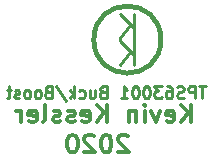
<source format=gbr>
G04 #@! TF.GenerationSoftware,KiCad,Pcbnew,5.1.5+dfsg1-2build2*
G04 #@! TF.CreationDate,2020-09-01T14:50:31-04:00*
G04 #@! TF.ProjectId,TPS63001Supply,54505336-3330-4303-9153-7570706c792e,rev?*
G04 #@! TF.SameCoordinates,Original*
G04 #@! TF.FileFunction,Legend,Bot*
G04 #@! TF.FilePolarity,Positive*
%FSLAX46Y46*%
G04 Gerber Fmt 4.6, Leading zero omitted, Abs format (unit mm)*
G04 Created by KiCad (PCBNEW 5.1.5+dfsg1-2build2) date 2020-09-01 14:50:31*
%MOMM*%
%LPD*%
G04 APERTURE LIST*
%ADD10C,0.250000*%
%ADD11C,0.300000*%
%ADD12C,0.444500*%
%ADD13C,0.254000*%
G04 APERTURE END LIST*
D10*
X159228571Y-105852380D02*
X158657142Y-105852380D01*
X158942857Y-106852380D02*
X158942857Y-105852380D01*
X158323809Y-106852380D02*
X158323809Y-105852380D01*
X157942857Y-105852380D01*
X157847619Y-105900000D01*
X157800000Y-105947619D01*
X157752380Y-106042857D01*
X157752380Y-106185714D01*
X157800000Y-106280952D01*
X157847619Y-106328571D01*
X157942857Y-106376190D01*
X158323809Y-106376190D01*
X157371428Y-106804761D02*
X157228571Y-106852380D01*
X156990476Y-106852380D01*
X156895238Y-106804761D01*
X156847619Y-106757142D01*
X156800000Y-106661904D01*
X156800000Y-106566666D01*
X156847619Y-106471428D01*
X156895238Y-106423809D01*
X156990476Y-106376190D01*
X157180952Y-106328571D01*
X157276190Y-106280952D01*
X157323809Y-106233333D01*
X157371428Y-106138095D01*
X157371428Y-106042857D01*
X157323809Y-105947619D01*
X157276190Y-105900000D01*
X157180952Y-105852380D01*
X156942857Y-105852380D01*
X156800000Y-105900000D01*
X155942857Y-105852380D02*
X156133333Y-105852380D01*
X156228571Y-105900000D01*
X156276190Y-105947619D01*
X156371428Y-106090476D01*
X156419047Y-106280952D01*
X156419047Y-106661904D01*
X156371428Y-106757142D01*
X156323809Y-106804761D01*
X156228571Y-106852380D01*
X156038095Y-106852380D01*
X155942857Y-106804761D01*
X155895238Y-106757142D01*
X155847619Y-106661904D01*
X155847619Y-106423809D01*
X155895238Y-106328571D01*
X155942857Y-106280952D01*
X156038095Y-106233333D01*
X156228571Y-106233333D01*
X156323809Y-106280952D01*
X156371428Y-106328571D01*
X156419047Y-106423809D01*
X155514285Y-105852380D02*
X154895238Y-105852380D01*
X155228571Y-106233333D01*
X155085714Y-106233333D01*
X154990476Y-106280952D01*
X154942857Y-106328571D01*
X154895238Y-106423809D01*
X154895238Y-106661904D01*
X154942857Y-106757142D01*
X154990476Y-106804761D01*
X155085714Y-106852380D01*
X155371428Y-106852380D01*
X155466666Y-106804761D01*
X155514285Y-106757142D01*
X154276190Y-105852380D02*
X154180952Y-105852380D01*
X154085714Y-105900000D01*
X154038095Y-105947619D01*
X153990476Y-106042857D01*
X153942857Y-106233333D01*
X153942857Y-106471428D01*
X153990476Y-106661904D01*
X154038095Y-106757142D01*
X154085714Y-106804761D01*
X154180952Y-106852380D01*
X154276190Y-106852380D01*
X154371428Y-106804761D01*
X154419047Y-106757142D01*
X154466666Y-106661904D01*
X154514285Y-106471428D01*
X154514285Y-106233333D01*
X154466666Y-106042857D01*
X154419047Y-105947619D01*
X154371428Y-105900000D01*
X154276190Y-105852380D01*
X153323809Y-105852380D02*
X153228571Y-105852380D01*
X153133333Y-105900000D01*
X153085714Y-105947619D01*
X153038095Y-106042857D01*
X152990476Y-106233333D01*
X152990476Y-106471428D01*
X153038095Y-106661904D01*
X153085714Y-106757142D01*
X153133333Y-106804761D01*
X153228571Y-106852380D01*
X153323809Y-106852380D01*
X153419047Y-106804761D01*
X153466666Y-106757142D01*
X153514285Y-106661904D01*
X153561904Y-106471428D01*
X153561904Y-106233333D01*
X153514285Y-106042857D01*
X153466666Y-105947619D01*
X153419047Y-105900000D01*
X153323809Y-105852380D01*
X152038095Y-106852380D02*
X152609523Y-106852380D01*
X152323809Y-106852380D02*
X152323809Y-105852380D01*
X152419047Y-105995238D01*
X152514285Y-106090476D01*
X152609523Y-106138095D01*
X150514285Y-106328571D02*
X150371428Y-106376190D01*
X150323809Y-106423809D01*
X150276190Y-106519047D01*
X150276190Y-106661904D01*
X150323809Y-106757142D01*
X150371428Y-106804761D01*
X150466666Y-106852380D01*
X150847619Y-106852380D01*
X150847619Y-105852380D01*
X150514285Y-105852380D01*
X150419047Y-105900000D01*
X150371428Y-105947619D01*
X150323809Y-106042857D01*
X150323809Y-106138095D01*
X150371428Y-106233333D01*
X150419047Y-106280952D01*
X150514285Y-106328571D01*
X150847619Y-106328571D01*
X149419047Y-106185714D02*
X149419047Y-106852380D01*
X149847619Y-106185714D02*
X149847619Y-106709523D01*
X149800000Y-106804761D01*
X149704761Y-106852380D01*
X149561904Y-106852380D01*
X149466666Y-106804761D01*
X149419047Y-106757142D01*
X148514285Y-106804761D02*
X148609523Y-106852380D01*
X148800000Y-106852380D01*
X148895238Y-106804761D01*
X148942857Y-106757142D01*
X148990476Y-106661904D01*
X148990476Y-106376190D01*
X148942857Y-106280952D01*
X148895238Y-106233333D01*
X148800000Y-106185714D01*
X148609523Y-106185714D01*
X148514285Y-106233333D01*
X148085714Y-106852380D02*
X148085714Y-105852380D01*
X147990476Y-106471428D02*
X147704761Y-106852380D01*
X147704761Y-106185714D02*
X148085714Y-106566666D01*
X146561904Y-105804761D02*
X147419047Y-107090476D01*
X145895238Y-106328571D02*
X145752380Y-106376190D01*
X145704761Y-106423809D01*
X145657142Y-106519047D01*
X145657142Y-106661904D01*
X145704761Y-106757142D01*
X145752380Y-106804761D01*
X145847619Y-106852380D01*
X146228571Y-106852380D01*
X146228571Y-105852380D01*
X145895238Y-105852380D01*
X145800000Y-105900000D01*
X145752380Y-105947619D01*
X145704761Y-106042857D01*
X145704761Y-106138095D01*
X145752380Y-106233333D01*
X145800000Y-106280952D01*
X145895238Y-106328571D01*
X146228571Y-106328571D01*
X145085714Y-106852380D02*
X145180952Y-106804761D01*
X145228571Y-106757142D01*
X145276190Y-106661904D01*
X145276190Y-106376190D01*
X145228571Y-106280952D01*
X145180952Y-106233333D01*
X145085714Y-106185714D01*
X144942857Y-106185714D01*
X144847619Y-106233333D01*
X144800000Y-106280952D01*
X144752380Y-106376190D01*
X144752380Y-106661904D01*
X144800000Y-106757142D01*
X144847619Y-106804761D01*
X144942857Y-106852380D01*
X145085714Y-106852380D01*
X144180952Y-106852380D02*
X144276190Y-106804761D01*
X144323809Y-106757142D01*
X144371428Y-106661904D01*
X144371428Y-106376190D01*
X144323809Y-106280952D01*
X144276190Y-106233333D01*
X144180952Y-106185714D01*
X144038095Y-106185714D01*
X143942857Y-106233333D01*
X143895238Y-106280952D01*
X143847619Y-106376190D01*
X143847619Y-106661904D01*
X143895238Y-106757142D01*
X143942857Y-106804761D01*
X144038095Y-106852380D01*
X144180952Y-106852380D01*
X143466666Y-106804761D02*
X143371428Y-106852380D01*
X143180952Y-106852380D01*
X143085714Y-106804761D01*
X143038095Y-106709523D01*
X143038095Y-106661904D01*
X143085714Y-106566666D01*
X143180952Y-106519047D01*
X143323809Y-106519047D01*
X143419047Y-106471428D01*
X143466666Y-106376190D01*
X143466666Y-106328571D01*
X143419047Y-106233333D01*
X143323809Y-106185714D01*
X143180952Y-106185714D01*
X143085714Y-106233333D01*
X142752380Y-106185714D02*
X142371428Y-106185714D01*
X142609523Y-105852380D02*
X142609523Y-106709523D01*
X142561904Y-106804761D01*
X142466666Y-106852380D01*
X142371428Y-106852380D01*
D11*
X157992857Y-108903571D02*
X157992857Y-107403571D01*
X157135714Y-108903571D02*
X157778571Y-108046428D01*
X157135714Y-107403571D02*
X157992857Y-108260714D01*
X155921428Y-108832142D02*
X156064285Y-108903571D01*
X156350000Y-108903571D01*
X156492857Y-108832142D01*
X156564285Y-108689285D01*
X156564285Y-108117857D01*
X156492857Y-107975000D01*
X156350000Y-107903571D01*
X156064285Y-107903571D01*
X155921428Y-107975000D01*
X155850000Y-108117857D01*
X155850000Y-108260714D01*
X156564285Y-108403571D01*
X155350000Y-107903571D02*
X154992857Y-108903571D01*
X154635714Y-107903571D01*
X154064285Y-108903571D02*
X154064285Y-107903571D01*
X154064285Y-107403571D02*
X154135714Y-107475000D01*
X154064285Y-107546428D01*
X153992857Y-107475000D01*
X154064285Y-107403571D01*
X154064285Y-107546428D01*
X153350000Y-107903571D02*
X153350000Y-108903571D01*
X153350000Y-108046428D02*
X153278571Y-107975000D01*
X153135714Y-107903571D01*
X152921428Y-107903571D01*
X152778571Y-107975000D01*
X152707142Y-108117857D01*
X152707142Y-108903571D01*
X150850000Y-108903571D02*
X150850000Y-107403571D01*
X149992857Y-108903571D02*
X150635714Y-108046428D01*
X149992857Y-107403571D02*
X150850000Y-108260714D01*
X148778571Y-108832142D02*
X148921428Y-108903571D01*
X149207142Y-108903571D01*
X149350000Y-108832142D01*
X149421428Y-108689285D01*
X149421428Y-108117857D01*
X149350000Y-107975000D01*
X149207142Y-107903571D01*
X148921428Y-107903571D01*
X148778571Y-107975000D01*
X148707142Y-108117857D01*
X148707142Y-108260714D01*
X149421428Y-108403571D01*
X148135714Y-108832142D02*
X147992857Y-108903571D01*
X147707142Y-108903571D01*
X147564285Y-108832142D01*
X147492857Y-108689285D01*
X147492857Y-108617857D01*
X147564285Y-108475000D01*
X147707142Y-108403571D01*
X147921428Y-108403571D01*
X148064285Y-108332142D01*
X148135714Y-108189285D01*
X148135714Y-108117857D01*
X148064285Y-107975000D01*
X147921428Y-107903571D01*
X147707142Y-107903571D01*
X147564285Y-107975000D01*
X146921428Y-108832142D02*
X146778571Y-108903571D01*
X146492857Y-108903571D01*
X146350000Y-108832142D01*
X146278571Y-108689285D01*
X146278571Y-108617857D01*
X146350000Y-108475000D01*
X146492857Y-108403571D01*
X146707142Y-108403571D01*
X146850000Y-108332142D01*
X146921428Y-108189285D01*
X146921428Y-108117857D01*
X146850000Y-107975000D01*
X146707142Y-107903571D01*
X146492857Y-107903571D01*
X146350000Y-107975000D01*
X145421428Y-108903571D02*
X145564285Y-108832142D01*
X145635714Y-108689285D01*
X145635714Y-107403571D01*
X144278571Y-108832142D02*
X144421428Y-108903571D01*
X144707142Y-108903571D01*
X144850000Y-108832142D01*
X144921428Y-108689285D01*
X144921428Y-108117857D01*
X144850000Y-107975000D01*
X144707142Y-107903571D01*
X144421428Y-107903571D01*
X144278571Y-107975000D01*
X144207142Y-108117857D01*
X144207142Y-108260714D01*
X144921428Y-108403571D01*
X143564285Y-108903571D02*
X143564285Y-107903571D01*
X143564285Y-108189285D02*
X143492857Y-108046428D01*
X143421428Y-107975000D01*
X143278571Y-107903571D01*
X143135714Y-107903571D01*
X152671428Y-110096428D02*
X152600000Y-110025000D01*
X152457142Y-109953571D01*
X152100000Y-109953571D01*
X151957142Y-110025000D01*
X151885714Y-110096428D01*
X151814285Y-110239285D01*
X151814285Y-110382142D01*
X151885714Y-110596428D01*
X152742857Y-111453571D01*
X151814285Y-111453571D01*
X150885714Y-109953571D02*
X150742857Y-109953571D01*
X150600000Y-110025000D01*
X150528571Y-110096428D01*
X150457142Y-110239285D01*
X150385714Y-110525000D01*
X150385714Y-110882142D01*
X150457142Y-111167857D01*
X150528571Y-111310714D01*
X150600000Y-111382142D01*
X150742857Y-111453571D01*
X150885714Y-111453571D01*
X151028571Y-111382142D01*
X151100000Y-111310714D01*
X151171428Y-111167857D01*
X151242857Y-110882142D01*
X151242857Y-110525000D01*
X151171428Y-110239285D01*
X151100000Y-110096428D01*
X151028571Y-110025000D01*
X150885714Y-109953571D01*
X149814285Y-110096428D02*
X149742857Y-110025000D01*
X149600000Y-109953571D01*
X149242857Y-109953571D01*
X149100000Y-110025000D01*
X149028571Y-110096428D01*
X148957142Y-110239285D01*
X148957142Y-110382142D01*
X149028571Y-110596428D01*
X149885714Y-111453571D01*
X148957142Y-111453571D01*
X148028571Y-109953571D02*
X147885714Y-109953571D01*
X147742857Y-110025000D01*
X147671428Y-110096428D01*
X147600000Y-110239285D01*
X147528571Y-110525000D01*
X147528571Y-110882142D01*
X147600000Y-111167857D01*
X147671428Y-111310714D01*
X147742857Y-111382142D01*
X147885714Y-111453571D01*
X148028571Y-111453571D01*
X148171428Y-111382142D01*
X148242857Y-111310714D01*
X148314285Y-111167857D01*
X148385714Y-110882142D01*
X148385714Y-110525000D01*
X148314285Y-110239285D01*
X148242857Y-110096428D01*
X148171428Y-110025000D01*
X148028571Y-109953571D01*
D12*
X155439806Y-101900000D02*
G75*
G03X155439806Y-101900000I-2839806J0D01*
G01*
D13*
X153131000Y-101773000D02*
X153131000Y-102027000D01*
X151965000Y-101773000D02*
X151965000Y-102027000D01*
X153132190Y-104089238D02*
X153132190Y-102057238D01*
X151971047Y-104089238D02*
X152841904Y-102928095D01*
X151971047Y-102057238D02*
X153132190Y-103218380D01*
X153132190Y-101803238D02*
X153132190Y-99771238D01*
X151971047Y-101803238D02*
X152841904Y-100642095D01*
X151971047Y-99771238D02*
X153132190Y-100932380D01*
M02*

</source>
